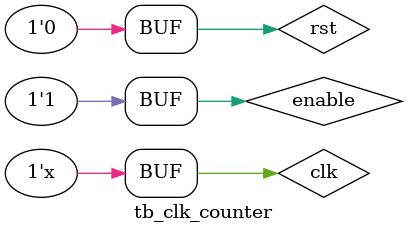
<source format=v>



module tb_clk_counter();

	reg clk, rst, enable; 
	wire clk_out;	

	initial begin

		clk = 1'b0;
		rst = 1'b1;
		enable = 1'b0;
		#160 rst = 1'b0;
		#80 enable = 1'b1;
		#200 enable = 1'b0;
		#200 enable = 1'b1;
	end

	always #20 clk = ~clk;

clk_counter #(.F_CLK_OUT(48_000),.F_CLK_IN(50_000_000)) DUT(

	.clk(clk),        // clock in
    .i_rst(rst ),      // reset
    .enable(enable),
    .o_clk(clk_out) 
	);		



endmodule
</source>
